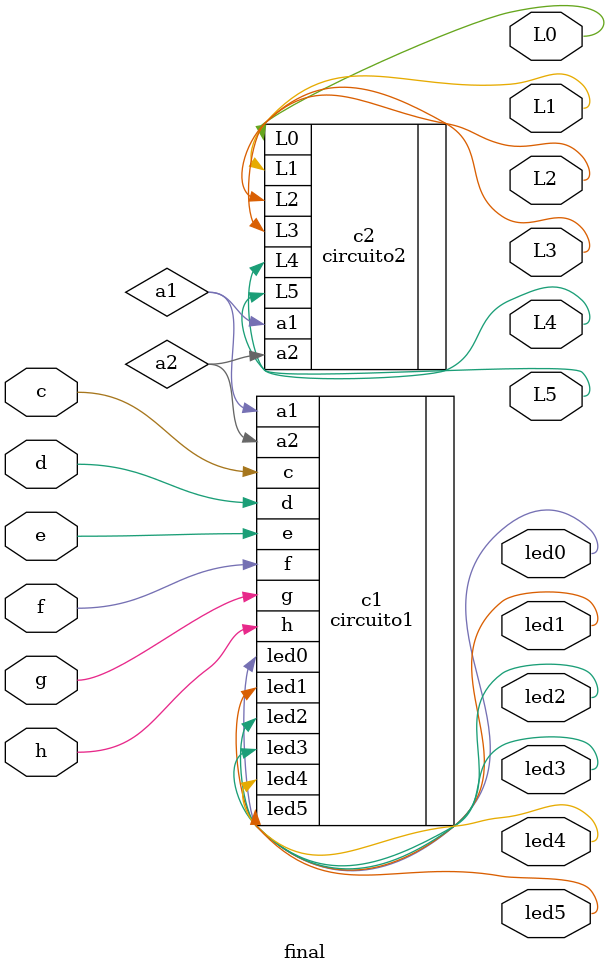
<source format=v>
module final(c, d, e, f, g, h, led0, led1, led2, 
	led3, led4, led5, L0, L1, L2, L3, L4, L5);
//		entradas e saidas
	input c, d, e, f, g, h;
	output led0, led1, led2, led3, led4, led5;
	output L0, L1, L2, L3, L4, L5;
	wire a1, a2;
	
//		logica de funcionamento
	circuito1 c1 (
	.a1(a1), 
	.a2(a2), 
	.led0(led0), 
	.led1(led1), 
	.led2(led2), 
	.led3(led3), 
	.led4(led4), 
	.led5(led5), 
	.c(c), 
	.d(d), 
	.e(e), 
	.f(f), 
	.g(g), 
	.h(h)
	);
	
	circuito2 c2 (
	.L0(L0), 
	.L1(L1), 
	.L2(L2), 
	.L3(L3), 
	.L4(L4), 
	.L5(L5), 
	.a1(a1), 
	.a2(a2)
	);
	
endmodule 


</source>
